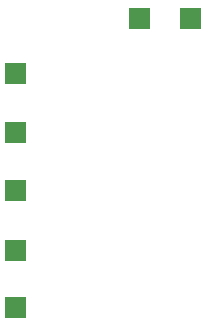
<source format=gbs>
G04 Layer: BottomSolderMaskLayer*
G04 EasyEDA v6.1.34, Sat, 04 May 2019 03:32:15 GMT*
G04 a282187419204f9284f90a9f3713dfcb,c51538707a8b4a26ae849ea9e5911ac7,10*
G04 Gerber Generator version 0.2*
G04 Scale: 100 percent, Rotated: No, Reflected: No *
G04 Dimensions in millimeters *
G04 leading zeros omitted , absolute positions ,3 integer and 3 decimal *
%FSLAX33Y33*%
%MOMM*%
G90*
G71D02*


%LPD*%
G36*
G01X12192Y30353D02*
G01X12192Y32131D01*
G01X13970Y32131D01*
G01X13970Y30353D01*
G01X12192Y30353D01*
G37*
G36*
G01X16510Y30353D02*
G01X16510Y32131D01*
G01X18288Y32131D01*
G01X18288Y30353D01*
G01X16510Y30353D01*
G37*
G36*
G01X1651Y25654D02*
G01X1651Y27432D01*
G01X3429Y27432D01*
G01X3429Y25654D01*
G01X1651Y25654D01*
G37*
G36*
G01X1651Y20701D02*
G01X1651Y22479D01*
G01X3429Y22479D01*
G01X3429Y20701D01*
G01X1651Y20701D01*
G37*
G36*
G01X1651Y15748D02*
G01X1651Y17526D01*
G01X3429Y17526D01*
G01X3429Y15748D01*
G01X1651Y15748D01*
G37*
G36*
G01X1651Y10668D02*
G01X1651Y12446D01*
G01X3429Y12446D01*
G01X3429Y10668D01*
G01X1651Y10668D01*
G37*
G36*
G01X1651Y5842D02*
G01X1651Y7620D01*
G01X3429Y7620D01*
G01X3429Y5842D01*
G01X1651Y5842D01*
G37*
M00*
M02*

</source>
